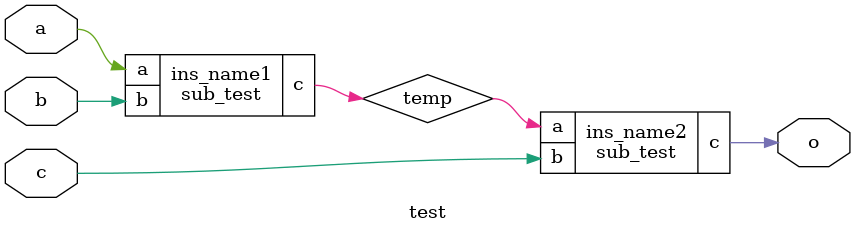
<source format=v>
module sub_test(
    input a,b,
    output c
);
  assign c = (a<b)?a:b;
endmodule //实验4-4

module test(
    input  a,b,c,
    output o 
);
wire temp;
sub_test ins_name1(
    .a (a),
    .b (b),
    .c (temp)
);
sub_test ins_name2(//两个实例的名字不能一样
    .a(temp),
    .b(c),
    .c(o)
);

endmodule //实验4-4
</source>
